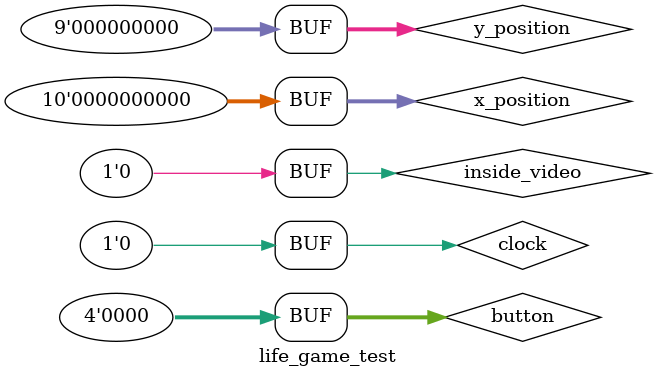
<source format=v>
`timescale 1ns / 1ps

module life_game_test;

	// Inputs
	reg clock;
	reg [3:0] button;
	reg [9:0] x_position;
	reg [8:0] y_position;
	reg inside_video;

	// Outputs
	wire [7:0] color;

	// Instantiate the Unit Under Test (UUT)
	life_game uut (
		.clock(clock), 
		.button(button), 
		.x_position(x_position), 
		.y_position(y_position), 
		.inside_video(inside_video), 
		.color(color)
	);

	initial begin
		// Initialize Inputs
		clock = 0;
		button = 0;
		x_position = 0;
		y_position = 0;
		inside_video = 0;

		// Wait 100 ns for global reset to finish
		#100;

		// Add stimulus here
		repeat (1000) begin
			#1;
			clock = ~clock;
		end
	end
      
endmodule


</source>
